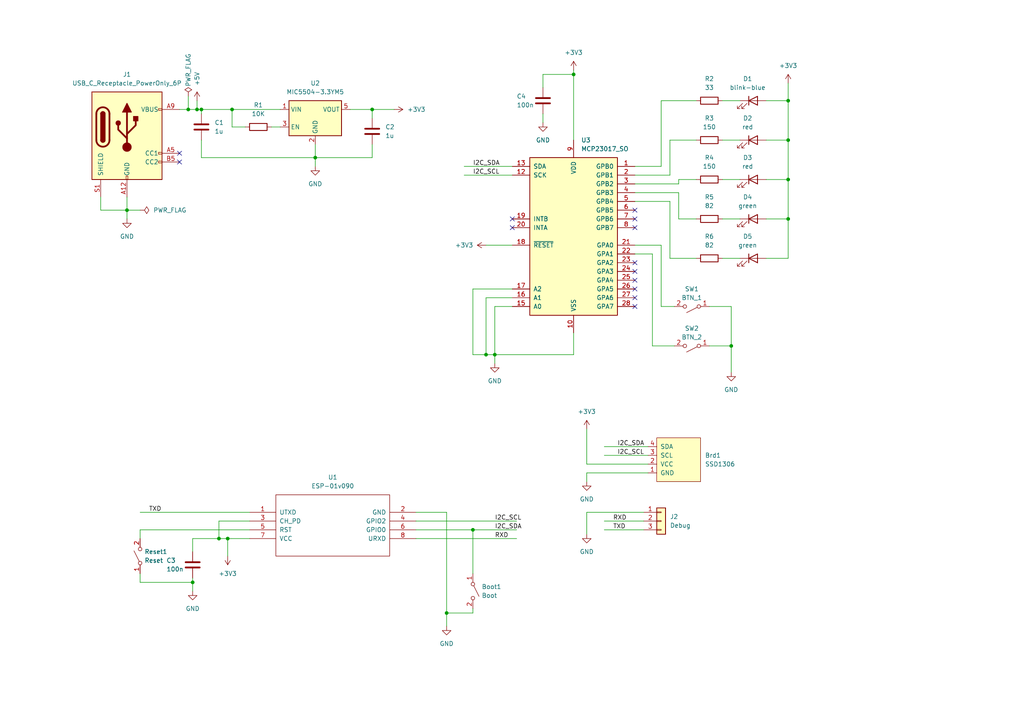
<source format=kicad_sch>
(kicad_sch (version 20230121) (generator eeschema)
  (paper "A4")
  (title_block (title "BLINK Board"))
  (lib_symbols
    (symbol "Connector:USB_C_Receptacle_PowerOnly_6P" (pin_names (offset 1.016))
      (property "Reference" "J" (at 0 16.51 0))
      (property "Value" "USB_C_Receptacle_PowerOnly_6P" (at 0 13.97 0))
      (symbol "USB_C_Receptacle_PowerOnly_6P_0_0"
        (rectangle (start -0.254 -12.7) (end 0.254 -11.684))
        (rectangle (start 10.16 -7.366) (end 9.144 -7.874))
        (rectangle (start 10.16 -4.826) (end 9.144 -5.334))
        (rectangle (start 10.16 7.874) (end 9.144 7.366))
      )
      (symbol "USB_C_Receptacle_PowerOnly_6P_0_1"
        (rectangle (start -10.16 12.7) (end 10.16 -12.7) (stroke (width 0.254)) (fill (type background)))
        (arc (start -8.89 -1.27) (mid -6.985 -3.1667) (end -5.08 -1.27) (stroke (width 0.508)))
        (arc (start -7.62 -1.27) (mid -6.985 -1.9023) (end -6.35 -1.27) (stroke (width 0.254)))
        (arc (start -7.62 -1.27) (mid -6.985 -1.9023) (end -6.35 -1.27) (stroke (width 0.254)) (fill (type outline)))
        (rectangle (start -7.62 -1.27) (end -6.35 6.35) (stroke (width 0.254)) (fill (type outline)))
        (arc (start -6.35 6.35) (mid -6.985 6.9823) (end -7.62 6.35) (stroke (width 0.254)))
        (arc (start -6.35 6.35) (mid -6.985 6.9823) (end -7.62 6.35) (stroke (width 0.254)) (fill (type outline)))
        (arc (start -5.08 6.35) (mid -6.985 8.2467) (end -8.89 6.35) (stroke (width 0.508)))
        (circle (center -2.54 3.683) (radius 0.635) (stroke (width 0.254)) (fill (type outline)))
        (circle (center 0 -3.302) (radius 1.27) (fill (type outline)))
        (polyline (pts (xy -8.89 -1.27) (xy -8.89 6.35)) (stroke (width 0.508)))
        (polyline (pts (xy -5.08 6.35) (xy -5.08 -1.27)) (stroke (width 0.508)))
        (polyline (pts (xy 0 -3.302) (xy 0 6.858)) (stroke (width 0.508)))
        (polyline (pts (xy 0 -0.762) (xy -2.54 1.778) (xy -2.54 3.048)) (stroke (width 0.508)))
        (polyline (pts (xy 0 0.508) (xy 2.54 3.048) (xy 2.54 4.318)) (stroke (width 0.508)))
        (polyline (pts (xy -1.27 6.858) (xy 0 9.398) (xy 1.27 6.858) (xy -1.27 6.858)) (stroke (width 0.254)) (fill (type outline)))
        (rectangle (start 1.905 4.318) (end 3.175 5.588) (stroke (width 0.254)) (fill (type outline)))
      )
      (symbol "USB_C_Receptacle_PowerOnly_6P_1_1"
        (pin passive line (at 0 -17.78 90) (length 5.08) (name "GND") (number "A12"))
        (pin bidirectional line (at 15.24 -5.08 180) (length 5.08) (name "CC1") (number "A5"))
        (pin passive line (at 15.24 7.62 180) (length 5.08) (name "VBUS") (number "A9"))
        (pin passive line (at 0 -17.78 90) (length 5.08) hide (name "GND") (number "B12"))
        (pin bidirectional line (at 15.24 -7.62 180) (length 5.08) (name "CC2") (number "B5"))
        (pin passive line (at 15.24 7.62 180) (length 5.08) hide (name "VBUS") (number "B9"))
        (pin passive line (at -7.62 -17.78 90) (length 5.08) (name "SHIELD") (number "S1"))
      )
    )
    (symbol "Connector_Generic:Conn_01x03" (pin_names (offset 1.016) hide)
      (property "Reference" "J" (at 0 5.08 0))
      (property "Value" "Conn_01x03" (at 0 -5.08 0))
      (symbol "Conn_01x03_1_1"
        (rectangle (start -1.27 -2.413) (end 0 -2.667) (stroke (width 0.1524)))
        (rectangle (start -1.27 0.127) (end 0 -0.127) (stroke (width 0.1524)))
        (rectangle (start -1.27 2.667) (end 0 2.413) (stroke (width 0.1524)))
        (rectangle (start -1.27 3.81) (end 1.27 -3.81) (stroke (width 0.254)) (fill (type background)))
        (pin passive line (at -5.08 2.54 0) (length 3.81) (name "Pin_1") (number "1"))
        (pin passive line (at -5.08 0 0) (length 3.81) (name "Pin_2") (number "2"))
        (pin passive line (at -5.08 -2.54 0) (length 3.81) (name "Pin_3") (number "3"))
      )
    )
    (symbol "Device:C" (pin_numbers hide) (pin_names (offset 0.254))
      (property "Reference" "C" (at 0.635 2.54 0))
      (property "Value" "C" (at 0.635 -2.54 0))
      (symbol "C_0_1"
        (polyline (pts (xy -2.032 -0.762) (xy 2.032 -0.762)) (stroke (width 0.508)))
        (polyline (pts (xy -2.032 0.762) (xy 2.032 0.762)) (stroke (width 0.508)))
      )
      (symbol "C_1_1"
        (pin passive line (at 0 3.81 270) (length 2.794) (name "~") (number "1"))
        (pin passive line (at 0 -3.81 90) (length 2.794) (name "~") (number "2"))
      )
    )
    (symbol "Device:LED" (pin_numbers hide) (pin_names (offset 1.016) hide)
      (property "Reference" "D" (at 0 2.54 0))
      (property "Value" "LED" (at 0 -2.54 0))
      (symbol "LED_0_1"
        (polyline (pts (xy -1.27 -1.27) (xy -1.27 1.27)) (stroke (width 0.254)))
        (polyline (pts (xy -1.27 0) (xy 1.27 0)))
        (polyline (pts (xy 1.27 -1.27) (xy 1.27 1.27) (xy -1.27 0) (xy 1.27 -1.27)) (stroke (width 0.254)))
        (polyline (pts (xy -3.048 -0.762) (xy -4.572 -2.286) (xy -3.81 -2.286) (xy -4.572 -2.286) (xy -4.572 -1.524)))
        (polyline (pts (xy -1.778 -0.762) (xy -3.302 -2.286) (xy -2.54 -2.286) (xy -3.302 -2.286) (xy -3.302 -1.524)))
      )
      (symbol "LED_1_1"
        (pin passive line (at -3.81 0 0) (length 2.54) (name "K") (number "1"))
        (pin passive line (at 3.81 0 180) (length 2.54) (name "A") (number "2"))
      )
    )
    (symbol "Device:R" (pin_numbers hide) (pin_names (offset 0))
      (property "Reference" "R" (at 2.032 0 90))
      (property "Value" "R" (at 0 0 90))
      (symbol "R_0_1"
        (rectangle (start -1.016 -2.54) (end 1.016 2.54) (stroke (width 0.254)))
      )
      (symbol "R_1_1"
        (pin passive line (at 0 3.81 270) (length 1.27) (name "~") (number "1"))
        (pin passive line (at 0 -3.81 90) (length 1.27) (name "~") (number "2"))
      )
    )
    (symbol "ESP8266:ESP-01v090" (pin_names (offset 1.016))
      (property "Reference" "U" (at 0 -2.54 0))
      (property "Value" "ESP-01v090" (at 0 2.54 0))
      (symbol "ESP-01v090_1_0"
        (rectangle (start -16.51 -8.89) (end 16.51 8.89))
      )
      (symbol "ESP-01v090_1_1"
        (pin output line (at -24.13 3.81 0) (length 7.62) (name "UTXD") (number "1"))
        (pin power_in line (at 24.13 3.81 180) (length 7.62) (name "GND") (number "2"))
        (pin input line (at -24.13 1.27 0) (length 7.62) (name "CH_PD") (number "3"))
        (pin tri_state line (at 24.13 1.27 180) (length 7.62) (name "GPIO2") (number "4"))
        (pin input line (at -24.13 -1.27 0) (length 7.62) (name "RST") (number "5"))
        (pin tri_state line (at 24.13 -1.27 180) (length 7.62) (name "GPIO0") (number "6"))
        (pin power_in line (at -24.13 -3.81 0) (length 7.62) (name "VCC") (number "7"))
        (pin input line (at 24.13 -3.81 180) (length 7.62) (name "URXD") (number "8"))
      )
    )
    (symbol "Interface_Expansion:MCP23017_SO" (pin_names (offset 1.016))
      (property "Reference" "U" (at -11.43 24.13 0))
      (property "Value" "MCP23017_SO" (at 0 0 0))
      (symbol "MCP23017_SO_0_1"
        (rectangle (start -12.7 22.86) (end 12.7 -22.86) (stroke (width 0.254)) (fill (type background)))
      )
      (symbol "MCP23017_SO_1_1"
        (pin bidirectional line (at 17.78 20.32 180) (length 5.08) (name "GPB0") (number "1"))
        (pin power_in line (at 0 -27.94 90) (length 5.08) (name "VSS") (number "10"))
        (pin no_connect line (at -12.7 15.24 0) (length 5.08) hide (name "NC") (number "11"))
        (pin input line (at -17.78 17.78 0) (length 5.08) (name "SCK") (number "12"))
        (pin bidirectional line (at -17.78 20.32 0) (length 5.08) (name "SDA") (number "13"))
        (pin no_connect line (at -12.7 12.7 0) (length 5.08) hide (name "NC") (number "14"))
        (pin input line (at -17.78 -20.32 0) (length 5.08) (name "A0") (number "15"))
        (pin input line (at -17.78 -17.78 0) (length 5.08) (name "A1") (number "16"))
        (pin input line (at -17.78 -15.24 0) (length 5.08) (name "A2") (number "17"))
        (pin input line (at -17.78 -2.54 0) (length 5.08) (name "~{RESET}") (number "18"))
        (pin tri_state line (at -17.78 5.08 0) (length 5.08) (name "INTB") (number "19"))
        (pin bidirectional line (at 17.78 17.78 180) (length 5.08) (name "GPB1") (number "2"))
        (pin tri_state line (at -17.78 2.54 0) (length 5.08) (name "INTA") (number "20"))
        (pin bidirectional line (at 17.78 -2.54 180) (length 5.08) (name "GPA0") (number "21"))
        (pin bidirectional line (at 17.78 -5.08 180) (length 5.08) (name "GPA1") (number "22"))
        (pin bidirectional line (at 17.78 -7.62 180) (length 5.08) (name "GPA2") (number "23"))
        (pin bidirectional line (at 17.78 -10.16 180) (length 5.08) (name "GPA3") (number "24"))
        (pin bidirectional line (at 17.78 -12.7 180) (length 5.08) (name "GPA4") (number "25"))
        (pin bidirectional line (at 17.78 -15.24 180) (length 5.08) (name "GPA5") (number "26"))
        (pin bidirectional line (at 17.78 -17.78 180) (length 5.08) (name "GPA6") (number "27"))
        (pin bidirectional line (at 17.78 -20.32 180) (length 5.08) (name "GPA7") (number "28"))
        (pin bidirectional line (at 17.78 15.24 180) (length 5.08) (name "GPB2") (number "3"))
        (pin bidirectional line (at 17.78 12.7 180) (length 5.08) (name "GPB3") (number "4"))
        (pin bidirectional line (at 17.78 10.16 180) (length 5.08) (name "GPB4") (number "5"))
        (pin bidirectional line (at 17.78 7.62 180) (length 5.08) (name "GPB5") (number "6"))
        (pin bidirectional line (at 17.78 5.08 180) (length 5.08) (name "GPB6") (number "7"))
        (pin bidirectional line (at 17.78 2.54 180) (length 5.08) (name "GPB7") (number "8"))
        (pin power_in line (at 0 27.94 270) (length 5.08) (name "VDD") (number "9"))
      )
    )
    (symbol "Regulator_Linear:MIC5504-3.3YM5"
      (property "Reference" "U" (at -7.62 8.89 0))
      (property "Value" "MIC5504-3.3YM5" (at -7.62 6.35 0))
      (symbol "MIC5504-3.3YM5_0_1"
        (rectangle (start -7.62 -5.08) (end 7.62 5.08) (stroke (width 0.254)) (fill (type background)))
      )
      (symbol "MIC5504-3.3YM5_1_1"
        (pin power_in line (at -10.16 2.54 0) (length 2.54) (name "VIN") (number "1"))
        (pin power_in line (at 0 -7.62 90) (length 2.54) (name "GND") (number "2"))
        (pin input line (at -10.16 -2.54 0) (length 2.54) (name "EN") (number "3"))
        (pin no_connect line (at 7.62 -2.54 180) (length 2.54) hide (name "NC") (number "4"))
        (pin power_out line (at 10.16 2.54 180) (length 2.54) (name "VOUT") (number "5"))
      )
    )
    (symbol "SSD1306-128x64_OLED:SSD1306" (pin_names (offset 1.016))
      (property "Reference" "Brd" (at 0 -3.81 0))
      (property "Value" "SSD1306" (at 0 -1.27 0))
      (symbol "SSD1306_0_1"
        (rectangle (start -6.35 6.35) (end 6.35 -6.35) (fill (type background)))
      )
      (symbol "SSD1306_1_1"
        (pin input line (at -3.81 8.89 270) (length 2.54) (name "GND") (number "1"))
        (pin input line (at -1.27 8.89 270) (length 2.54) (name "VCC") (number "2"))
        (pin input line (at 1.27 8.89 270) (length 2.54) (name "SCL") (number "3"))
        (pin input line (at 3.81 8.89 270) (length 2.54) (name "SDA") (number "4"))
      )
    )
    (symbol "Switch:SW_SPST" (pin_names (offset 0) hide)
      (property "Reference" "SW" (at 0 3.175 0))
      (property "Value" "SW_SPST" (at 0 -2.54 0))
      (symbol "SW_SPST_0_0"
        (circle (center -2.032 0) (radius 0.508))
        (polyline (pts (xy -1.524 0.254) (xy 1.524 1.778)))
        (circle (center 2.032 0) (radius 0.508))
      )
      (symbol "SW_SPST_1_1"
        (pin passive line (at -5.08 0 0) (length 2.54) (name "A") (number "1"))
        (pin passive line (at 5.08 0 180) (length 2.54) (name "B") (number "2"))
      )
    )
    (symbol "power:+3V3" (power) (pin_names (offset 0))
      (property "Value" "+3V3" (at 0 3.556 0))
      (symbol "+3V3_0_1"
        (polyline (pts (xy -0.762 1.27) (xy 0 2.54)))
        (polyline (pts (xy 0 0) (xy 0 2.54)))
        (polyline (pts (xy 0 2.54) (xy 0.762 1.27)))
      )
      (symbol "+3V3_1_1"
        (pin power_in line (at 0 0 90) (length 0) hide (name "+3V3") (number "1"))
      )
    )
    (symbol "power:+5V" (power) (pin_names (offset 0))
      (property "Value" "+5V" (at 0 3.556 0))
      (symbol "+5V_0_1"
        (polyline (pts (xy -0.762 1.27) (xy 0 2.54)))
        (polyline (pts (xy 0 0) (xy 0 2.54)))
        (polyline (pts (xy 0 2.54) (xy 0.762 1.27)))
      )
      (symbol "+5V_1_1"
        (pin power_in line (at 0 0 90) (length 0) hide (name "+5V") (number "1"))
      )
    )
    (symbol "power:GND" (power) (pin_names (offset 0))
      (property "Value" "GND" (at 0 -3.81 0))
      (symbol "GND_0_1"
        (polyline (pts (xy 0 0) (xy 0 -1.27) (xy 1.27 -1.27) (xy 0 -2.54) (xy -1.27 -1.27) (xy 0 -1.27)))
      )
      (symbol "GND_1_1"
        (pin power_in line (at 0 0 270) (length 0) hide (name "GND") (number "1"))
      )
    )
    (symbol "power:PWR_FLAG" (power) (pin_numbers hide) (pin_names (offset 0) hide)
      (property "Value" "PWR_FLAG" (at 0 3.81 0))
      (symbol "PWR_FLAG_0_0"
        (pin power_out line (at 0 0 90) (length 0) (name "pwr") (number "1"))
      )
      (symbol "PWR_FLAG_0_1"
        (polyline (pts (xy 0 0) (xy 0 1.27) (xy -1.016 1.905) (xy 0 2.54) (xy 1.016 1.905) (xy 0 1.27)))
      )
    )
  )
  (junction (at 63.5 156.21))
  (junction (at 140.97 102.87))
  (junction (at 107.95 31.75))
  (junction (at 228.6 63.5))
  (junction (at 67.31 31.75))
  (junction (at 55.88 168.91))
  (junction (at 166.37 21.59))
  (junction (at 66.04 156.21))
  (junction (at 57.15 31.75))
  (junction (at 228.6 40.64))
  (junction (at 91.44 45.72))
  (junction (at 212.09 100.33))
  (junction (at 137.16 153.67))
  (junction (at 36.83 60.96))
  (junction (at 228.6 52.07))
  (junction (at 129.54 177.8))
  (junction (at 58.42 31.75))
  (junction (at 54.61 31.75))
  (junction (at 143.51 102.87))
  (junction (at 228.6 29.21))
  (no_connect (at 148.59 66.04))
  (no_connect (at 184.15 81.28))
  (no_connect (at 148.59 63.5))
  (no_connect (at 184.15 86.36))
  (no_connect (at 52.07 46.99))
  (no_connect (at 184.15 76.2))
  (no_connect (at 52.07 44.45))
  (no_connect (at 184.15 78.74))
  (no_connect (at 184.15 66.04))
  (no_connect (at 184.15 88.9))
  (no_connect (at 184.15 63.5))
  (no_connect (at 184.15 60.96))
  (no_connect (at 184.15 83.82))
  (wire (pts (xy 187.96 137.16) (xy 170.18 137.16)))
  (wire (pts (xy 71.12 36.83) (xy 67.31 36.83)))
  (wire (pts (xy 40.64 153.67) (xy 40.64 156.21)))
  (wire (pts (xy 184.15 73.66) (xy 189.23 73.66)))
  (wire (pts (xy 194.31 74.93) (xy 201.93 74.93)))
  (wire (pts (xy 52.07 31.75) (xy 54.61 31.75)))
  (wire (pts (xy 58.42 45.72) (xy 58.42 40.64)))
  (wire (pts (xy 170.18 134.62) (xy 170.18 124.46)))
  (wire (pts (xy 78.74 36.83) (xy 81.28 36.83)))
  (wire (pts (xy 228.6 52.07) (xy 228.6 63.5)))
  (wire (pts (xy 166.37 21.59) (xy 157.48 21.59)))
  (wire (pts (xy 137.16 83.82) (xy 137.16 102.87)))
  (wire (pts (xy 40.64 153.67) (xy 72.39 153.67)))
  (wire (pts (xy 170.18 137.16) (xy 170.18 139.7)))
  (wire (pts (xy 55.88 156.21) (xy 55.88 160.02)))
  (wire (pts (xy 184.15 58.42) (xy 194.31 58.42)))
  (wire (pts (xy 170.18 148.59) (xy 186.69 148.59)))
  (wire (pts (xy 175.26 153.67) (xy 186.69 153.67)))
  (wire (pts (xy 134.62 50.8) (xy 148.59 50.8)))
  (wire (pts (xy 194.31 50.8) (xy 184.15 50.8)))
  (wire (pts (xy 58.42 31.75) (xy 67.31 31.75)))
  (wire (pts (xy 29.21 60.96) (xy 29.21 57.15)))
  (wire (pts (xy 72.39 156.21) (xy 66.04 156.21)))
  (wire (pts (xy 63.5 151.13) (xy 63.5 156.21)))
  (wire (pts (xy 222.25 74.93) (xy 228.6 74.93)))
  (wire (pts (xy 107.95 31.75) (xy 114.3 31.75)))
  (wire (pts (xy 36.83 60.96) (xy 29.21 60.96)))
  (wire (pts (xy 137.16 102.87) (xy 140.97 102.87)))
  (wire (pts (xy 184.15 55.88) (xy 196.85 55.88)))
  (wire (pts (xy 209.55 29.21) (xy 214.63 29.21)))
  (wire (pts (xy 143.51 88.9) (xy 148.59 88.9)))
  (wire (pts (xy 228.6 63.5) (xy 228.6 74.93)))
  (wire (pts (xy 166.37 20.32) (xy 166.37 21.59)))
  (wire (pts (xy 40.64 168.91) (xy 55.88 168.91)))
  (wire (pts (xy 175.26 132.08) (xy 187.96 132.08)))
  (wire (pts (xy 228.6 29.21) (xy 228.6 40.64)))
  (wire (pts (xy 228.6 24.13) (xy 228.6 29.21)))
  (wire (pts (xy 170.18 148.59) (xy 170.18 154.94)))
  (wire (pts (xy 222.25 40.64) (xy 228.6 40.64)))
  (wire (pts (xy 187.96 134.62) (xy 170.18 134.62)))
  (wire (pts (xy 140.97 71.12) (xy 148.59 71.12)))
  (wire (pts (xy 196.85 53.34) (xy 196.85 52.07)))
  (wire (pts (xy 205.74 88.9) (xy 212.09 88.9)))
  (wire (pts (xy 101.6 31.75) (xy 107.95 31.75)))
  (wire (pts (xy 157.48 33.02) (xy 157.48 35.56)))
  (wire (pts (xy 91.44 41.91) (xy 91.44 45.72)))
  (wire (pts (xy 212.09 88.9) (xy 212.09 100.33)))
  (wire (pts (xy 194.31 40.64) (xy 194.31 50.8)))
  (wire (pts (xy 137.16 177.8) (xy 137.16 176.53)))
  (wire (pts (xy 66.04 156.21) (xy 63.5 156.21)))
  (wire (pts (xy 166.37 102.87) (xy 166.37 96.52)))
  (wire (pts (xy 191.77 29.21) (xy 201.93 29.21)))
  (wire (pts (xy 120.65 151.13) (xy 149.86 151.13)))
  (wire (pts (xy 194.31 40.64) (xy 201.93 40.64)))
  (wire (pts (xy 184.15 71.12) (xy 191.77 71.12)))
  (wire (pts (xy 120.65 156.21) (xy 149.86 156.21)))
  (wire (pts (xy 36.83 60.96) (xy 40.64 60.96)))
  (wire (pts (xy 143.51 102.87) (xy 166.37 102.87)))
  (wire (pts (xy 55.88 168.91) (xy 55.88 171.45)))
  (wire (pts (xy 129.54 148.59) (xy 129.54 177.8)))
  (wire (pts (xy 67.31 36.83) (xy 67.31 31.75)))
  (wire (pts (xy 66.04 156.21) (xy 66.04 161.29)))
  (wire (pts (xy 228.6 40.64) (xy 228.6 52.07)))
  (wire (pts (xy 120.65 153.67) (xy 137.16 153.67)))
  (wire (pts (xy 129.54 148.59) (xy 120.65 148.59)))
  (wire (pts (xy 137.16 153.67) (xy 149.86 153.67)))
  (wire (pts (xy 212.09 100.33) (xy 212.09 107.95)))
  (wire (pts (xy 194.31 58.42) (xy 194.31 74.93)))
  (wire (pts (xy 137.16 153.67) (xy 137.16 166.37)))
  (wire (pts (xy 143.51 102.87) (xy 143.51 105.41)))
  (wire (pts (xy 222.25 52.07) (xy 228.6 52.07)))
  (wire (pts (xy 191.77 48.26) (xy 191.77 29.21)))
  (wire (pts (xy 140.97 86.36) (xy 140.97 102.87)))
  (wire (pts (xy 137.16 83.82) (xy 148.59 83.82)))
  (wire (pts (xy 129.54 177.8) (xy 137.16 177.8)))
  (wire (pts (xy 91.44 45.72) (xy 107.95 45.72)))
  (wire (pts (xy 40.64 148.59) (xy 72.39 148.59)))
  (wire (pts (xy 184.15 48.26) (xy 191.77 48.26)))
  (wire (pts (xy 57.15 31.75) (xy 58.42 31.75)))
  (wire (pts (xy 209.55 52.07) (xy 214.63 52.07)))
  (wire (pts (xy 196.85 63.5) (xy 201.93 63.5)))
  (wire (pts (xy 63.5 156.21) (xy 55.88 156.21)))
  (wire (pts (xy 148.59 86.36) (xy 140.97 86.36)))
  (wire (pts (xy 189.23 100.33) (xy 195.58 100.33)))
  (wire (pts (xy 143.51 88.9) (xy 143.51 102.87)))
  (wire (pts (xy 72.39 151.13) (xy 63.5 151.13)))
  (wire (pts (xy 91.44 45.72) (xy 91.44 48.26)))
  (wire (pts (xy 58.42 31.75) (xy 58.42 33.02)))
  (wire (pts (xy 58.42 45.72) (xy 91.44 45.72)))
  (wire (pts (xy 209.55 74.93) (xy 214.63 74.93)))
  (wire (pts (xy 222.25 29.21) (xy 228.6 29.21)))
  (wire (pts (xy 40.64 166.37) (xy 40.64 168.91)))
  (wire (pts (xy 209.55 63.5) (xy 214.63 63.5)))
  (wire (pts (xy 191.77 88.9) (xy 195.58 88.9)))
  (wire (pts (xy 196.85 55.88) (xy 196.85 63.5)))
  (wire (pts (xy 140.97 102.87) (xy 143.51 102.87)))
  (wire (pts (xy 157.48 21.59) (xy 157.48 25.4)))
  (wire (pts (xy 184.15 53.34) (xy 196.85 53.34)))
  (wire (pts (xy 205.74 100.33) (xy 212.09 100.33)))
  (wire (pts (xy 129.54 177.8) (xy 129.54 181.61)))
  (wire (pts (xy 175.26 151.13) (xy 186.69 151.13)))
  (wire (pts (xy 57.15 29.21) (xy 57.15 31.75)))
  (wire (pts (xy 36.83 60.96) (xy 36.83 63.5)))
  (wire (pts (xy 36.83 57.15) (xy 36.83 60.96)))
  (wire (pts (xy 107.95 45.72) (xy 107.95 41.91)))
  (wire (pts (xy 134.62 48.26) (xy 148.59 48.26)))
  (wire (pts (xy 191.77 71.12) (xy 191.77 88.9)))
  (wire (pts (xy 54.61 27.94) (xy 54.61 31.75)))
  (wire (pts (xy 107.95 31.75) (xy 107.95 34.29)))
  (wire (pts (xy 55.88 167.64) (xy 55.88 168.91)))
  (wire (pts (xy 67.31 31.75) (xy 81.28 31.75)))
  (wire (pts (xy 196.85 52.07) (xy 201.93 52.07)))
  (wire (pts (xy 209.55 40.64) (xy 214.63 40.64)))
  (wire (pts (xy 222.25 63.5) (xy 228.6 63.5)))
  (wire (pts (xy 166.37 21.59) (xy 166.37 40.64)))
  (wire (pts (xy 175.26 129.54) (xy 187.96 129.54)))
  (wire (pts (xy 54.61 31.75) (xy 57.15 31.75)))
  (wire (pts (xy 189.23 73.66) (xy 189.23 100.33)))
  (label "I2C_SCL" (at 137.16 50.8 0))
  (label "RXD" (at 177.8 151.13 0))
  (label "I2C_SDA" (at 179.07 129.54 0))
  (label "RXD" (at 143.51 156.21 0))
  (label "I2C_SCL" (at 179.07 132.08 0))
  (label "TXD" (at 43.18 148.59 0))
  (label "I2C_SDA" (at 137.16 48.26 0))
  (label "I2C_SCL" (at 143.51 151.13 0))
  (label "I2C_SDA" (at 143.51 153.67 0))
  (label "TXD" (at 177.8 153.67 0))
  (symbol (lib_id "power:GND") (at 36.83 63.5 0) (unit 1)
    (property "Reference" "#PWR01" (effects hide))
    (property "Value" "GND" (at 36.83 68.58 0))
  )
  (symbol (lib_id "power:GND") (at 55.88 171.45 0) (unit 1)
    (property "Reference" "#PWR07" (effects hide))
    (property "Value" "GND" (at 55.88 176.53 0))
  )
  (symbol (lib_id "Device:C") (at 55.88 163.83 0) (unit 1)
    (property "Reference" "C3" (at 48.26 162.56 0) (effects (justify left)))
    (property "Value" "100n" (at 48.26 165.1 0) (effects (justify left)))
    (property "Footprint" "Capacitor_SMD:C_0805_2012Metric_Pad1.18x1.45mm_HandSolder" (effects hide))
    (property "Mouser" "581-KGM21NR71H104KT" (effects hide))
  )
  (symbol (lib_id "power:GND") (at 170.18 139.7 0) (unit 1)
    (property "Reference" "#PWR013" (effects hide))
    (property "Value" "GND" (at 170.18 144.78 0))
  )
  (symbol (lib_id "Interface_Expansion:MCP23017_SO") (at 166.37 68.58 0) (unit 1)
    (property "Reference" "U3" (at 168.5641 40.64 0) (effects (justify left)))
    (property "Value" "MCP23017_SO" (at 168.5641 43.18 0) (effects (justify left)))
    (property "Footprint" "Package_SO:SOIC-28W_7.5x17.9mm_P1.27mm" (effects hide))
    (property "Datasheet" "http://ww1.microchip.com/downloads/en/DeviceDoc/20001952C.pdf" (effects hide))
    (property "Mouser" "579-MCP23017-E/SO" (effects hide))
  )
  (symbol (lib_id "Device:R") (at 74.93 36.83 90) (unit 1)
    (property "Reference" "R1" (at 74.93 30.48 90))
    (property "Value" "10K" (at 74.93 33.02 90))
    (property "Footprint" "Resistor_SMD:R_0805_2012Metric_Pad1.20x1.40mm_HandSolder" (effects hide))
    (property "Mouser" "71-CRCW0805-10K-E3" (effects hide))
  )
  (symbol (lib_id "Device:R") (at 205.74 40.64 90) (unit 1)
    (property "Reference" "R3" (at 205.74 34.29 90))
    (property "Value" "150" (at 205.74 36.83 90))
    (property "Footprint" "Resistor_SMD:R_0805_2012Metric_Pad1.20x1.40mm_HandSolder" (effects hide))
    (property "Mouser" "71-CRCW0805150RFKEAC" (effects hide))
  )
  (symbol (lib_id "Connector_Generic:Conn_01x03") (at 191.77 151.13 0) (unit 1)
    (property "Reference" "J2" (at 194.31 149.86 0) (effects (justify left)))
    (property "Value" "Debug" (at 194.31 152.4 0) (effects (justify left)))
    (property "Footprint" "Connector_PinHeader_2.54mm:PinHeader_1x03_P2.54mm_Vertical" (effects hide))
  )
  (symbol (lib_id "Device:C") (at 157.48 29.21 0) (unit 1)
    (property "Reference" "C4" (at 149.86 27.94 0) (effects (justify left)))
    (property "Value" "100n" (at 149.86 30.48 0) (effects (justify left)))
    (property "Footprint" "Capacitor_SMD:C_0805_2012Metric_Pad1.18x1.45mm_HandSolder" (effects hide))
    (property "Mouser" "581-KGM21NR71H104KT" (effects hide))
  )
  (symbol (lib_id "Switch:SW_SPST") (at 137.16 171.45 270) (unit 1)
    (property "Reference" "Boot1" (at 139.7 170.18 90) (effects (justify left)))
    (property "Value" "Boot" (at 139.7 172.72 90) (effects (justify left)))
    (property "Footprint" "Button_Switch_SMD:SW_Push_1P1T_NO_6x6mm_H9.5mm" (effects hide))
    (property "Mouser" "179-TS046650BK100SMT" (effects hide))
  )
  (symbol (lib_id "Device:LED") (at 218.44 63.5 0) (unit 1)
    (property "Reference" "D4" (at 216.8525 57.15 0))
    (property "Value" "green" (at 216.8525 59.69 0))
    (property "Footprint" "LED_SMD:LED_0805_2012Metric_Pad1.15x1.40mm_HandSolder" (effects hide))
    (property "Mouser" "710-150080GS75000" (effects hide))
  )
  (symbol (lib_id "Device:LED") (at 218.44 40.64 0) (unit 1)
    (property "Reference" "D2" (at 216.8525 34.29 0))
    (property "Value" "red" (at 216.8525 36.83 0))
    (property "Footprint" "LED_SMD:LED_0805_2012Metric_Pad1.15x1.40mm_HandSolder" (effects hide))
    (property "Mouser" "710-150080RS75000" (effects hide))
  )
  (symbol (lib_id "power:GND") (at 91.44 48.26 0) (unit 1)
    (property "Reference" "#PWR03" (effects hide))
    (property "Value" "GND" (at 91.44 53.34 0))
  )
  (symbol (lib_id "Switch:SW_SPST") (at 200.66 100.33 180) (unit 1)
    (property "Reference" "SW2" (at 200.66 95.25 0))
    (property "Value" "BTN_2" (at 200.66 97.79 0))
    (property "Footprint" "Button_Switch_SMD:SW_Push_1P1T_NO_6x6mm_H9.5mm" (effects hide))
    (property "Mouser" "179-TS046650BK100SMT" (effects hide))
  )
  (symbol (lib_id "Device:C") (at 58.42 36.83 0) (unit 1)
    (property "Reference" "C1" (at 62.23 35.56 0) (effects (justify left)))
    (property "Value" "1u" (at 62.23 38.1 0) (effects (justify left)))
    (property "Footprint" "Capacitor_SMD:C_0805_2012Metric_Pad1.18x1.45mm_HandSolder" (effects hide))
    (property "Mouser" "963-UMK212B7105KG-T" (effects hide))
  )
  (symbol (lib_id "power:+3V3") (at 140.97 71.12 90) (unit 1)
    (property "Reference" "#PWR011" (effects hide))
    (property "Value" "+3V3" (at 134.62 71.12 90))
  )
  (symbol (lib_id "Switch:SW_SPST") (at 200.66 88.9 180) (unit 1)
    (property "Reference" "SW1" (at 200.66 83.82 0))
    (property "Value" "BTN_1" (at 200.66 86.36 0))
    (property "Footprint" "Button_Switch_SMD:SW_Push_1P1T_NO_6x6mm_H9.5mm" (effects hide))
    (property "Mouser" "179-TS046650BK100SMT" (effects hide))
  )
  (symbol (lib_id "Regulator_Linear:MIC5504-3.3YM5") (at 91.44 34.29 0) (unit 1)
    (property "Reference" "U2" (at 91.44 24.13 0))
    (property "Value" "MIC5504-3.3YM5" (at 91.44 26.67 0))
    (property "Footprint" "Package_TO_SOT_SMD:SOT-23-5_HandSoldering" (effects hide))
    (property "Datasheet" "http://ww1.microchip.com/downloads/en/DeviceDoc/MIC550X.pdf" (effects hide))
    (property "Mouser" "998-MIC5504-3.3YM5TR" (effects hide))
  )
  (symbol (lib_id "Connector:USB_C_Receptacle_PowerOnly_6P") (at 36.83 39.37 0) (unit 1)
    (property "Reference" "J1" (at 36.83 21.59 0))
    (property "Value" "USB_C_Receptacle_PowerOnly_6P" (at 36.83 24.13 0))
    (property "Footprint" "Connector_USB:USB_C_Receptacle_GCT_USB4125-xx-x_6P_TopMnt_Horizontal" (effects hide))
    (property "Datasheet" "https://www.usb.org/sites/default/files/documents/usb_type-c.zip" (effects hide))
    (property "Mouser" "649-10164359-00011LF" (effects hide))
  )
  (symbol (lib_id "power:GND") (at 212.09 107.95 0) (unit 1)
    (property "Reference" "#PWR015" (effects hide))
    (property "Value" "GND" (at 212.09 113.03 0))
  )
  (symbol (lib_id "SSD1306-128x64_OLED:SSD1306") (at 196.85 133.35 90) (unit 1)
    (property "Reference" "Brd1" (at 204.47 132.08 90) (effects (justify right)))
    (property "Value" "SSD1306" (at 204.47 134.62 90) (effects (justify right)))
    (property "Footprint" "SSD1306:128x64OLED" (effects hide))
  )
  (symbol (lib_id "Switch:SW_SPST") (at 40.64 161.29 90) (unit 1)
    (property "Reference" "Reset1" (at 41.91 160.02 90) (effects (justify right)))
    (property "Value" "Reset" (at 41.91 162.56 90) (effects (justify right)))
    (property "Footprint" "Button_Switch_SMD:SW_Push_1P1T_NO_6x6mm_H9.5mm" (effects hide))
    (property "Mouser" "179-TS046650BK100SMT" (effects hide))
  )
  (symbol (lib_id "power:+3V3") (at 66.04 161.29 180) (unit 1)
    (property "Reference" "#PWR05" (effects hide))
    (property "Value" "+3V3" (at 66.04 166.37 0))
  )
  (symbol (lib_id "Device:R") (at 205.74 74.93 90) (unit 1)
    (property "Reference" "R6" (at 205.74 68.58 90))
    (property "Value" "82" (at 205.74 71.12 90))
    (property "Footprint" "Resistor_SMD:R_0805_2012Metric_Pad1.20x1.40mm_HandSolder" (effects hide))
    (property "Mouser" "71-CRCW0805J-82-E3" (effects hide))
  )
  (symbol (lib_id "Device:R") (at 205.74 29.21 90) (unit 1)
    (property "Reference" "R2" (at 205.74 22.86 90))
    (property "Value" "33" (at 205.74 25.4 90))
    (property "Footprint" "Resistor_SMD:R_0805_2012Metric_Pad1.20x1.40mm_HandSolder" (effects hide))
    (property "Mouser" "71-CRCW080533R0JNEAC" (effects hide))
  )
  (symbol (lib_id "power:GND") (at 143.51 105.41 0) (unit 1)
    (property "Reference" "#PWR09" (effects hide))
    (property "Value" "GND" (at 143.51 110.49 0))
  )
  (symbol (lib_id "power:GND") (at 129.54 181.61 0) (unit 1)
    (property "Reference" "#PWR06" (effects hide))
    (property "Value" "GND" (at 129.54 186.69 0))
  )
  (symbol (lib_id "ESP8266:ESP-01v090") (at 96.52 152.4 0) (unit 1)
    (property "Reference" "U1" (at 96.52 138.43 0))
    (property "Value" "ESP-01v090" (at 96.52 140.97 0))
    (property "Footprint" "ESP8266:ESP-01" (effects hide))
    (property "Datasheet" "http://l0l.org.uk/2014/12/esp8266-modules-hardware-guide-gotta-catch-em-all/" (effects hide))
    (property "Mouser" "910-HDR100IMP40FGVTH" (effects hide))
  )
  (symbol (lib_id "Device:R") (at 205.74 63.5 90) (unit 1)
    (property "Reference" "R5" (at 205.74 57.15 90))
    (property "Value" "82" (at 205.74 59.69 90))
    (property "Footprint" "Resistor_SMD:R_0805_2012Metric_Pad1.20x1.40mm_HandSolder" (effects hide))
    (property "Mouser" "71-CRCW0805J-82-E3" (effects hide))
  )
  (symbol (lib_id "power:+3V3") (at 228.6 24.13 0) (unit 1)
    (property "Reference" "#PWR012" (effects hide))
    (property "Value" "+3V3" (at 228.6 19.05 0))
  )
  (symbol (lib_id "power:GND") (at 157.48 35.56 0) (unit 1)
    (property "Reference" "#PWR016" (effects hide))
    (property "Value" "GND" (at 157.48 40.64 0))
  )
  (symbol (lib_id "power:+5V") (at 57.15 29.21 0) (unit 1)
    (property "Reference" "#PWR02" (effects hide))
    (property "Value" "+5V" (at 57.15 22.86 90))
  )
  (symbol (lib_id "Device:LED") (at 218.44 52.07 0) (unit 1)
    (property "Reference" "D3" (at 216.8525 45.72 0))
    (property "Value" "red" (at 216.8525 48.26 0))
    (property "Footprint" "LED_SMD:LED_0805_2012Metric_Pad1.15x1.40mm_HandSolder" (effects hide))
    (property "Mouser" "710-150080RS75000" (effects hide))
  )
  (symbol (lib_id "power:PWR_FLAG") (at 54.61 27.94 0) (unit 1)
    (property "Reference" "#FLG01" (effects hide))
    (property "Value" "PWR_FLAG" (at 54.61 20.32 90))
  )
  (symbol (lib_id "power:+3V3") (at 166.37 20.32 0) (unit 1)
    (property "Reference" "#PWR010" (effects hide))
    (property "Value" "+3V3" (at 166.37 15.24 0))
  )
  (symbol (lib_id "Device:LED") (at 218.44 29.21 0) (unit 1)
    (property "Reference" "D1" (at 216.8525 22.86 0))
    (property "Value" "blink-blue" (at 216.8525 25.4 0))
    (property "Footprint" "LED_SMD:LED_0805_2012Metric_Pad1.15x1.40mm_HandSolder" (effects hide))
    (property "Mouser" "710-150080BS75000" (effects hide))
  )
  (symbol (lib_id "power:PWR_FLAG") (at 40.64 60.96 270) (unit 1)
    (property "Reference" "#FLG02" (effects hide))
    (property "Value" "PWR_FLAG" (at 44.45 60.96 90) (effects (justify left)))
  )
  (symbol (lib_id "Device:R") (at 205.74 52.07 90) (unit 1)
    (property "Reference" "R4" (at 205.74 45.72 90))
    (property "Value" "150" (at 205.74 48.26 90))
    (property "Footprint" "Resistor_SMD:R_0805_2012Metric_Pad1.20x1.40mm_HandSolder" (effects hide))
    (property "Mouser" "71-CRCW0805150RFKEAC" (effects hide))
  )
  (symbol (lib_id "power:+3V3") (at 170.18 124.46 0) (unit 1)
    (property "Reference" "#PWR014" (effects hide))
    (property "Value" "+3V3" (at 170.18 119.38 0))
  )
  (symbol (lib_id "power:GND") (at 170.18 154.94 0) (unit 1)
    (property "Reference" "#PWR08" (effects hide))
    (property "Value" "GND" (at 170.18 160.02 0))
  )
  (symbol (lib_id "power:+3V3") (at 114.3 31.75 270) (unit 1)
    (property "Reference" "#PWR04" (effects hide))
    (property "Value" "+3V3" (at 118.11 31.75 90) (effects (justify left)))
  )
  (symbol (lib_id "Device:C") (at 107.95 38.1 0) (unit 1)
    (property "Reference" "C2" (at 111.76 36.83 0) (effects (justify left)))
    (property "Value" "1u" (at 111.76 39.37 0) (effects (justify left)))
    (property "Footprint" "Capacitor_SMD:C_0805_2012Metric_Pad1.18x1.45mm_HandSolder" (effects hide))
    (property "Mouser" "963-UMK212B7105KG-T" (effects hide))
  )
  (symbol (lib_id "Device:LED") (at 218.44 74.93 0) (unit 1)
    (property "Reference" "D5" (at 216.8525 68.58 0))
    (property "Value" "green" (at 216.8525 71.12 0))
    (property "Footprint" "LED_SMD:LED_0805_2012Metric_Pad1.15x1.40mm_HandSolder" (effects hide))
    (property "Mouser" "710-150080GS75000" (effects hide))
  )
)
</source>
